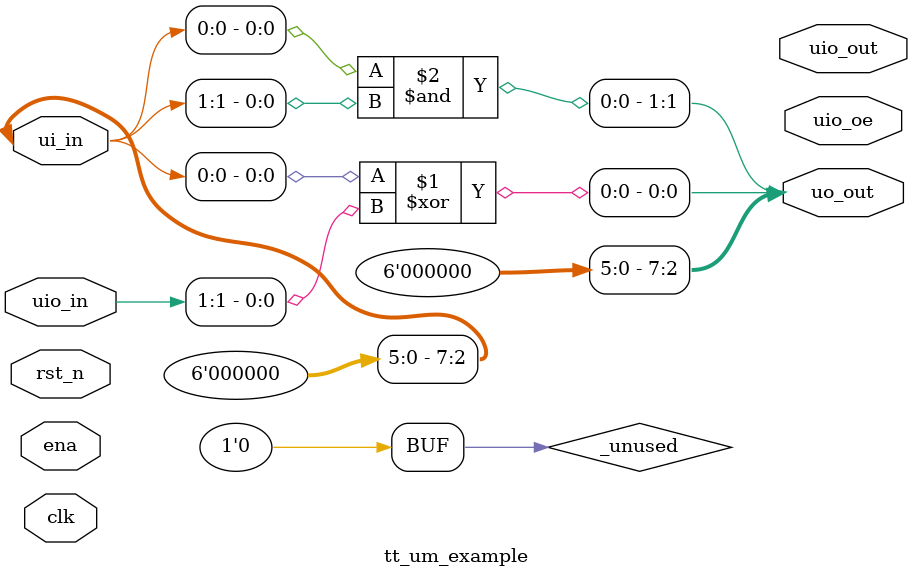
<source format=v>
/*
 * Copyright (c) 2024 Your Name
 * SPDX-License-Identifier: Apache-2.0
 */

`default_nettype none

module tt_um_example (
    input  wire [7:0] ui_in,    // Dedicated inputs
    output wire [7:0] uo_out,   // Dedicated outputs
    input  wire [7:0] uio_in,   // IOs: Input path
    output wire [7:0] uio_out,  // IOs: Output path
    output wire [7:0] uio_oe,   // IOs: Enable path (active high: 0=input, 1=output)
    input  wire       ena,      // always 1 when the design is powered, so you can ignore it
    input  wire       clk,      // clock
    input  wire       rst_n     // reset_n - low to reset
);

  // All output pins must be assigned. If not used, assign to 0.
    assign uo_out[0]  = ui_in[0] ^ uio_in[1];  // Example: ou_out is the sum of ui_in and uio_in
    assign uo_out[1] = ui_in[0] & ui_in[1];
   // assign uio_out = 0;
   // assign uio_oe  = 0;
    assign uo_out[7:2] = 6'b0;
    assign ui_in[7:2] = 6'b0;
  // List all unused inputs to prevent warnings
  wire _unused = &{ena, clk, rst_n, 1'b0};

endmodule

</source>
